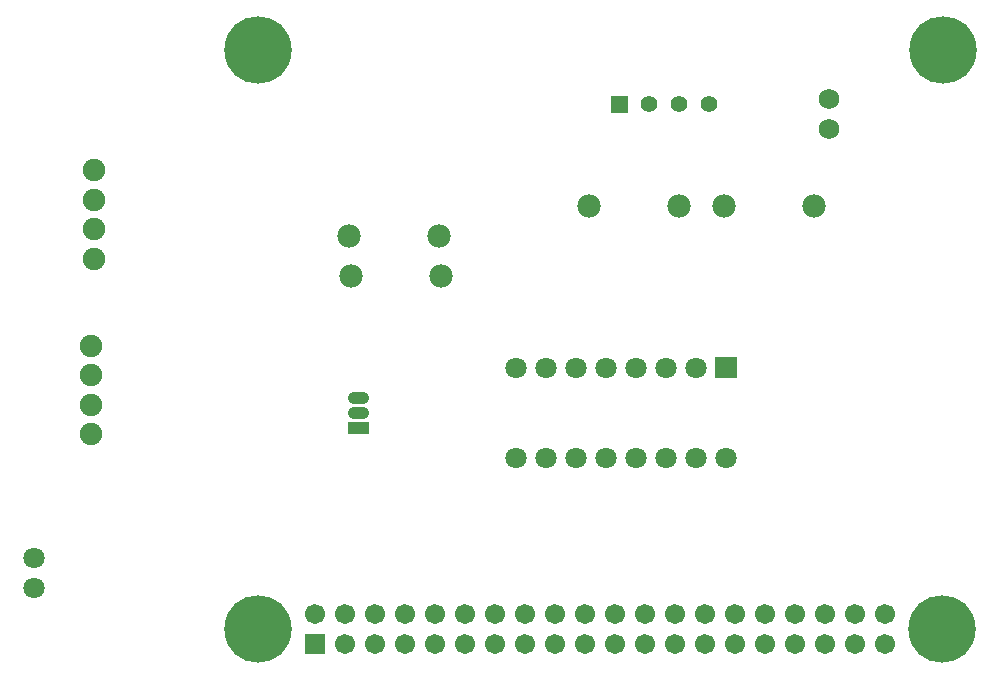
<source format=gts>
G04 Layer: TopSolderMaskLayer*
G04 EasyEDA v6.4.25, 2021-11-13T19:12:50+01:00*
G04 31547cc466d84fccb4009b5d61a499b9,d3ae98efc0754b289f344a683f097ee4,10*
G04 Gerber Generator version 0.2*
G04 Scale: 100 percent, Rotated: No, Reflected: No *
G04 Dimensions in millimeters *
G04 leading zeros omitted , absolute positions ,4 integer and 5 decimal *
%FSLAX45Y45*%
%MOMM*%

%ADD25C,1.0016*%
%ADD26C,1.9016*%
%ADD27C,1.7526*%
%ADD28C,1.7016*%
%ADD30C,1.8000*%
%ADD31C,1.9812*%
%ADD34C,1.3970*%
%ADD36C,1.8016*%
%ADD37C,5.7032*%

%LPD*%
D25*
X3165401Y2184400D02*
G01*
X3235401Y2184400D01*
X3165401Y2311400D02*
G01*
X3235401Y2311400D01*
D26*
G01*
X939800Y1999869D03*
G01*
X939800Y2250059D03*
G01*
X939800Y2499995D03*
G01*
X939800Y2749930D03*
G01*
X965200Y3485769D03*
G01*
X965200Y3735959D03*
G01*
X965200Y3985895D03*
G01*
X965200Y4235830D03*
D27*
G01*
X7188200Y4838700D03*
G01*
X7188200Y4584700D03*
D28*
G01*
X7658100Y482600D03*
G01*
X7658100Y228600D03*
G01*
X7404100Y482600D03*
G01*
X7404100Y228600D03*
G01*
X7150100Y482600D03*
G01*
X7150100Y228600D03*
G01*
X6896100Y482600D03*
G01*
X6896100Y228600D03*
G01*
X6642100Y482600D03*
G01*
X6642100Y228600D03*
G01*
X6388100Y482600D03*
G01*
X6388100Y228600D03*
G01*
X6134100Y482600D03*
G01*
X6134100Y228600D03*
G01*
X5880100Y482600D03*
G01*
X5880100Y228600D03*
G01*
X5626100Y482600D03*
G01*
X5626100Y228600D03*
G01*
X5372100Y482600D03*
G01*
X5372100Y228600D03*
G01*
X5118100Y482600D03*
G01*
X5118100Y228600D03*
G01*
X4864100Y482600D03*
G01*
X4864100Y228600D03*
G01*
X4610100Y482600D03*
G01*
X4610100Y228600D03*
G01*
X4356100Y482600D03*
G01*
X4356100Y228600D03*
G01*
X4102100Y482600D03*
G01*
X4102100Y228600D03*
G01*
X3848100Y482600D03*
G01*
X3848100Y228600D03*
G01*
X3594100Y482600D03*
G01*
X3594100Y228600D03*
G01*
X3340100Y482600D03*
G01*
X3340100Y228600D03*
G01*
X3086100Y482600D03*
G01*
X3086100Y228600D03*
G01*
X2832100Y482600D03*
G36*
X2747009Y143510D02*
G01*
X2747009Y313689D01*
X2917190Y313689D01*
X2917190Y143510D01*
G37*
D30*
G01*
X457200Y700498D03*
G01*
X457200Y950511D03*
D31*
G01*
X5156200Y3937000D03*
G01*
X5918200Y3937000D03*
G01*
X3136900Y3340100D03*
G01*
X3898900Y3340100D03*
G01*
X3124200Y3683000D03*
G01*
X3886200Y3683000D03*
G01*
X6299200Y3937000D03*
G01*
X7061200Y3937000D03*
G36*
X3115309Y2007362D02*
G01*
X3115309Y2107437D01*
X3285490Y2107437D01*
X3285490Y2007362D01*
G37*
G36*
X5340350Y4725415D02*
G01*
X5340350Y4865115D01*
X5480050Y4865115D01*
X5480050Y4725415D01*
G37*
D34*
G01*
X5664200Y4795235D03*
G01*
X5918200Y4795235D03*
G01*
X6172200Y4795235D03*
G36*
X6221729Y2474213D02*
G01*
X6221729Y2654554D01*
X6402070Y2654554D01*
X6402070Y2474213D01*
G37*
D36*
G01*
X6057900Y2564409D03*
G01*
X4787900Y2564409D03*
G01*
X4533900Y2564409D03*
G01*
X5803900Y2564409D03*
G01*
X5549900Y2564409D03*
G01*
X5041900Y2564409D03*
G01*
X5295900Y2564409D03*
G01*
X4533900Y1804390D03*
G01*
X4787900Y1804390D03*
G01*
X5041900Y1804390D03*
G01*
X5295900Y1804390D03*
G01*
X5549900Y1804390D03*
G01*
X5803900Y1804390D03*
G01*
X6057900Y1804390D03*
G01*
X6311900Y1804390D03*
D37*
G01*
X2349500Y5257800D03*
G01*
X8153400Y5257800D03*
G01*
X8140700Y355600D03*
G01*
X2349500Y355600D03*
M02*

</source>
